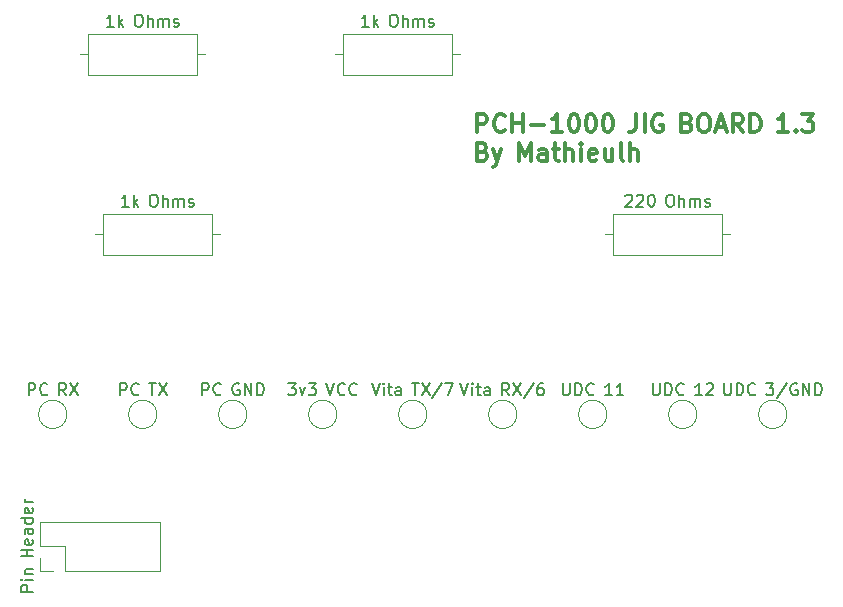
<source format=gbr>
%TF.GenerationSoftware,KiCad,Pcbnew,(7.0.0)*%
%TF.CreationDate,2023-03-24T11:34:11+01:00*%
%TF.ProjectId,PCH-1000JIG,5043482d-3130-4303-904a-49472e6b6963,rev?*%
%TF.SameCoordinates,Original*%
%TF.FileFunction,Legend,Top*%
%TF.FilePolarity,Positive*%
%FSLAX46Y46*%
G04 Gerber Fmt 4.6, Leading zero omitted, Abs format (unit mm)*
G04 Created by KiCad (PCBNEW (7.0.0)) date 2023-03-24 11:34:11*
%MOMM*%
%LPD*%
G01*
G04 APERTURE LIST*
%ADD10C,0.300000*%
%ADD11C,0.150000*%
%ADD12C,0.120000*%
G04 APERTURE END LIST*
D10*
X61317142Y-27723571D02*
X61317142Y-26223571D01*
X61317142Y-26223571D02*
X61888571Y-26223571D01*
X61888571Y-26223571D02*
X62031428Y-26295000D01*
X62031428Y-26295000D02*
X62102857Y-26366428D01*
X62102857Y-26366428D02*
X62174285Y-26509285D01*
X62174285Y-26509285D02*
X62174285Y-26723571D01*
X62174285Y-26723571D02*
X62102857Y-26866428D01*
X62102857Y-26866428D02*
X62031428Y-26937857D01*
X62031428Y-26937857D02*
X61888571Y-27009285D01*
X61888571Y-27009285D02*
X61317142Y-27009285D01*
X63674285Y-27580714D02*
X63602857Y-27652142D01*
X63602857Y-27652142D02*
X63388571Y-27723571D01*
X63388571Y-27723571D02*
X63245714Y-27723571D01*
X63245714Y-27723571D02*
X63031428Y-27652142D01*
X63031428Y-27652142D02*
X62888571Y-27509285D01*
X62888571Y-27509285D02*
X62817142Y-27366428D01*
X62817142Y-27366428D02*
X62745714Y-27080714D01*
X62745714Y-27080714D02*
X62745714Y-26866428D01*
X62745714Y-26866428D02*
X62817142Y-26580714D01*
X62817142Y-26580714D02*
X62888571Y-26437857D01*
X62888571Y-26437857D02*
X63031428Y-26295000D01*
X63031428Y-26295000D02*
X63245714Y-26223571D01*
X63245714Y-26223571D02*
X63388571Y-26223571D01*
X63388571Y-26223571D02*
X63602857Y-26295000D01*
X63602857Y-26295000D02*
X63674285Y-26366428D01*
X64317142Y-27723571D02*
X64317142Y-26223571D01*
X64317142Y-26937857D02*
X65174285Y-26937857D01*
X65174285Y-27723571D02*
X65174285Y-26223571D01*
X65888571Y-27152142D02*
X67031429Y-27152142D01*
X68531429Y-27723571D02*
X67674286Y-27723571D01*
X68102857Y-27723571D02*
X68102857Y-26223571D01*
X68102857Y-26223571D02*
X67960000Y-26437857D01*
X67960000Y-26437857D02*
X67817143Y-26580714D01*
X67817143Y-26580714D02*
X67674286Y-26652142D01*
X69460000Y-26223571D02*
X69602857Y-26223571D01*
X69602857Y-26223571D02*
X69745714Y-26295000D01*
X69745714Y-26295000D02*
X69817143Y-26366428D01*
X69817143Y-26366428D02*
X69888571Y-26509285D01*
X69888571Y-26509285D02*
X69960000Y-26795000D01*
X69960000Y-26795000D02*
X69960000Y-27152142D01*
X69960000Y-27152142D02*
X69888571Y-27437857D01*
X69888571Y-27437857D02*
X69817143Y-27580714D01*
X69817143Y-27580714D02*
X69745714Y-27652142D01*
X69745714Y-27652142D02*
X69602857Y-27723571D01*
X69602857Y-27723571D02*
X69460000Y-27723571D01*
X69460000Y-27723571D02*
X69317143Y-27652142D01*
X69317143Y-27652142D02*
X69245714Y-27580714D01*
X69245714Y-27580714D02*
X69174285Y-27437857D01*
X69174285Y-27437857D02*
X69102857Y-27152142D01*
X69102857Y-27152142D02*
X69102857Y-26795000D01*
X69102857Y-26795000D02*
X69174285Y-26509285D01*
X69174285Y-26509285D02*
X69245714Y-26366428D01*
X69245714Y-26366428D02*
X69317143Y-26295000D01*
X69317143Y-26295000D02*
X69460000Y-26223571D01*
X70888571Y-26223571D02*
X71031428Y-26223571D01*
X71031428Y-26223571D02*
X71174285Y-26295000D01*
X71174285Y-26295000D02*
X71245714Y-26366428D01*
X71245714Y-26366428D02*
X71317142Y-26509285D01*
X71317142Y-26509285D02*
X71388571Y-26795000D01*
X71388571Y-26795000D02*
X71388571Y-27152142D01*
X71388571Y-27152142D02*
X71317142Y-27437857D01*
X71317142Y-27437857D02*
X71245714Y-27580714D01*
X71245714Y-27580714D02*
X71174285Y-27652142D01*
X71174285Y-27652142D02*
X71031428Y-27723571D01*
X71031428Y-27723571D02*
X70888571Y-27723571D01*
X70888571Y-27723571D02*
X70745714Y-27652142D01*
X70745714Y-27652142D02*
X70674285Y-27580714D01*
X70674285Y-27580714D02*
X70602856Y-27437857D01*
X70602856Y-27437857D02*
X70531428Y-27152142D01*
X70531428Y-27152142D02*
X70531428Y-26795000D01*
X70531428Y-26795000D02*
X70602856Y-26509285D01*
X70602856Y-26509285D02*
X70674285Y-26366428D01*
X70674285Y-26366428D02*
X70745714Y-26295000D01*
X70745714Y-26295000D02*
X70888571Y-26223571D01*
X72317142Y-26223571D02*
X72459999Y-26223571D01*
X72459999Y-26223571D02*
X72602856Y-26295000D01*
X72602856Y-26295000D02*
X72674285Y-26366428D01*
X72674285Y-26366428D02*
X72745713Y-26509285D01*
X72745713Y-26509285D02*
X72817142Y-26795000D01*
X72817142Y-26795000D02*
X72817142Y-27152142D01*
X72817142Y-27152142D02*
X72745713Y-27437857D01*
X72745713Y-27437857D02*
X72674285Y-27580714D01*
X72674285Y-27580714D02*
X72602856Y-27652142D01*
X72602856Y-27652142D02*
X72459999Y-27723571D01*
X72459999Y-27723571D02*
X72317142Y-27723571D01*
X72317142Y-27723571D02*
X72174285Y-27652142D01*
X72174285Y-27652142D02*
X72102856Y-27580714D01*
X72102856Y-27580714D02*
X72031427Y-27437857D01*
X72031427Y-27437857D02*
X71959999Y-27152142D01*
X71959999Y-27152142D02*
X71959999Y-26795000D01*
X71959999Y-26795000D02*
X72031427Y-26509285D01*
X72031427Y-26509285D02*
X72102856Y-26366428D01*
X72102856Y-26366428D02*
X72174285Y-26295000D01*
X72174285Y-26295000D02*
X72317142Y-26223571D01*
X74788570Y-26223571D02*
X74788570Y-27295000D01*
X74788570Y-27295000D02*
X74717141Y-27509285D01*
X74717141Y-27509285D02*
X74574284Y-27652142D01*
X74574284Y-27652142D02*
X74359998Y-27723571D01*
X74359998Y-27723571D02*
X74217141Y-27723571D01*
X75502855Y-27723571D02*
X75502855Y-26223571D01*
X77002856Y-26295000D02*
X76859999Y-26223571D01*
X76859999Y-26223571D02*
X76645713Y-26223571D01*
X76645713Y-26223571D02*
X76431427Y-26295000D01*
X76431427Y-26295000D02*
X76288570Y-26437857D01*
X76288570Y-26437857D02*
X76217141Y-26580714D01*
X76217141Y-26580714D02*
X76145713Y-26866428D01*
X76145713Y-26866428D02*
X76145713Y-27080714D01*
X76145713Y-27080714D02*
X76217141Y-27366428D01*
X76217141Y-27366428D02*
X76288570Y-27509285D01*
X76288570Y-27509285D02*
X76431427Y-27652142D01*
X76431427Y-27652142D02*
X76645713Y-27723571D01*
X76645713Y-27723571D02*
X76788570Y-27723571D01*
X76788570Y-27723571D02*
X77002856Y-27652142D01*
X77002856Y-27652142D02*
X77074284Y-27580714D01*
X77074284Y-27580714D02*
X77074284Y-27080714D01*
X77074284Y-27080714D02*
X76788570Y-27080714D01*
X79117141Y-26937857D02*
X79331427Y-27009285D01*
X79331427Y-27009285D02*
X79402856Y-27080714D01*
X79402856Y-27080714D02*
X79474284Y-27223571D01*
X79474284Y-27223571D02*
X79474284Y-27437857D01*
X79474284Y-27437857D02*
X79402856Y-27580714D01*
X79402856Y-27580714D02*
X79331427Y-27652142D01*
X79331427Y-27652142D02*
X79188570Y-27723571D01*
X79188570Y-27723571D02*
X78617141Y-27723571D01*
X78617141Y-27723571D02*
X78617141Y-26223571D01*
X78617141Y-26223571D02*
X79117141Y-26223571D01*
X79117141Y-26223571D02*
X79259999Y-26295000D01*
X79259999Y-26295000D02*
X79331427Y-26366428D01*
X79331427Y-26366428D02*
X79402856Y-26509285D01*
X79402856Y-26509285D02*
X79402856Y-26652142D01*
X79402856Y-26652142D02*
X79331427Y-26795000D01*
X79331427Y-26795000D02*
X79259999Y-26866428D01*
X79259999Y-26866428D02*
X79117141Y-26937857D01*
X79117141Y-26937857D02*
X78617141Y-26937857D01*
X80402856Y-26223571D02*
X80688570Y-26223571D01*
X80688570Y-26223571D02*
X80831427Y-26295000D01*
X80831427Y-26295000D02*
X80974284Y-26437857D01*
X80974284Y-26437857D02*
X81045713Y-26723571D01*
X81045713Y-26723571D02*
X81045713Y-27223571D01*
X81045713Y-27223571D02*
X80974284Y-27509285D01*
X80974284Y-27509285D02*
X80831427Y-27652142D01*
X80831427Y-27652142D02*
X80688570Y-27723571D01*
X80688570Y-27723571D02*
X80402856Y-27723571D01*
X80402856Y-27723571D02*
X80259999Y-27652142D01*
X80259999Y-27652142D02*
X80117141Y-27509285D01*
X80117141Y-27509285D02*
X80045713Y-27223571D01*
X80045713Y-27223571D02*
X80045713Y-26723571D01*
X80045713Y-26723571D02*
X80117141Y-26437857D01*
X80117141Y-26437857D02*
X80259999Y-26295000D01*
X80259999Y-26295000D02*
X80402856Y-26223571D01*
X81617142Y-27295000D02*
X82331428Y-27295000D01*
X81474285Y-27723571D02*
X81974285Y-26223571D01*
X81974285Y-26223571D02*
X82474285Y-27723571D01*
X83831427Y-27723571D02*
X83331427Y-27009285D01*
X82974284Y-27723571D02*
X82974284Y-26223571D01*
X82974284Y-26223571D02*
X83545713Y-26223571D01*
X83545713Y-26223571D02*
X83688570Y-26295000D01*
X83688570Y-26295000D02*
X83759999Y-26366428D01*
X83759999Y-26366428D02*
X83831427Y-26509285D01*
X83831427Y-26509285D02*
X83831427Y-26723571D01*
X83831427Y-26723571D02*
X83759999Y-26866428D01*
X83759999Y-26866428D02*
X83688570Y-26937857D01*
X83688570Y-26937857D02*
X83545713Y-27009285D01*
X83545713Y-27009285D02*
X82974284Y-27009285D01*
X84474284Y-27723571D02*
X84474284Y-26223571D01*
X84474284Y-26223571D02*
X84831427Y-26223571D01*
X84831427Y-26223571D02*
X85045713Y-26295000D01*
X85045713Y-26295000D02*
X85188570Y-26437857D01*
X85188570Y-26437857D02*
X85259999Y-26580714D01*
X85259999Y-26580714D02*
X85331427Y-26866428D01*
X85331427Y-26866428D02*
X85331427Y-27080714D01*
X85331427Y-27080714D02*
X85259999Y-27366428D01*
X85259999Y-27366428D02*
X85188570Y-27509285D01*
X85188570Y-27509285D02*
X85045713Y-27652142D01*
X85045713Y-27652142D02*
X84831427Y-27723571D01*
X84831427Y-27723571D02*
X84474284Y-27723571D01*
X87659999Y-27723571D02*
X86802856Y-27723571D01*
X87231427Y-27723571D02*
X87231427Y-26223571D01*
X87231427Y-26223571D02*
X87088570Y-26437857D01*
X87088570Y-26437857D02*
X86945713Y-26580714D01*
X86945713Y-26580714D02*
X86802856Y-26652142D01*
X88302855Y-27580714D02*
X88374284Y-27652142D01*
X88374284Y-27652142D02*
X88302855Y-27723571D01*
X88302855Y-27723571D02*
X88231427Y-27652142D01*
X88231427Y-27652142D02*
X88302855Y-27580714D01*
X88302855Y-27580714D02*
X88302855Y-27723571D01*
X88874284Y-26223571D02*
X89802856Y-26223571D01*
X89802856Y-26223571D02*
X89302856Y-26795000D01*
X89302856Y-26795000D02*
X89517141Y-26795000D01*
X89517141Y-26795000D02*
X89659999Y-26866428D01*
X89659999Y-26866428D02*
X89731427Y-26937857D01*
X89731427Y-26937857D02*
X89802856Y-27080714D01*
X89802856Y-27080714D02*
X89802856Y-27437857D01*
X89802856Y-27437857D02*
X89731427Y-27580714D01*
X89731427Y-27580714D02*
X89659999Y-27652142D01*
X89659999Y-27652142D02*
X89517141Y-27723571D01*
X89517141Y-27723571D02*
X89088570Y-27723571D01*
X89088570Y-27723571D02*
X88945713Y-27652142D01*
X88945713Y-27652142D02*
X88874284Y-27580714D01*
X61817142Y-29367857D02*
X62031428Y-29439285D01*
X62031428Y-29439285D02*
X62102857Y-29510714D01*
X62102857Y-29510714D02*
X62174285Y-29653571D01*
X62174285Y-29653571D02*
X62174285Y-29867857D01*
X62174285Y-29867857D02*
X62102857Y-30010714D01*
X62102857Y-30010714D02*
X62031428Y-30082142D01*
X62031428Y-30082142D02*
X61888571Y-30153571D01*
X61888571Y-30153571D02*
X61317142Y-30153571D01*
X61317142Y-30153571D02*
X61317142Y-28653571D01*
X61317142Y-28653571D02*
X61817142Y-28653571D01*
X61817142Y-28653571D02*
X61960000Y-28725000D01*
X61960000Y-28725000D02*
X62031428Y-28796428D01*
X62031428Y-28796428D02*
X62102857Y-28939285D01*
X62102857Y-28939285D02*
X62102857Y-29082142D01*
X62102857Y-29082142D02*
X62031428Y-29225000D01*
X62031428Y-29225000D02*
X61960000Y-29296428D01*
X61960000Y-29296428D02*
X61817142Y-29367857D01*
X61817142Y-29367857D02*
X61317142Y-29367857D01*
X62674285Y-29153571D02*
X63031428Y-30153571D01*
X63388571Y-29153571D02*
X63031428Y-30153571D01*
X63031428Y-30153571D02*
X62888571Y-30510714D01*
X62888571Y-30510714D02*
X62817142Y-30582142D01*
X62817142Y-30582142D02*
X62674285Y-30653571D01*
X64859999Y-30153571D02*
X64859999Y-28653571D01*
X64859999Y-28653571D02*
X65359999Y-29725000D01*
X65359999Y-29725000D02*
X65859999Y-28653571D01*
X65859999Y-28653571D02*
X65859999Y-30153571D01*
X67217143Y-30153571D02*
X67217143Y-29367857D01*
X67217143Y-29367857D02*
X67145714Y-29225000D01*
X67145714Y-29225000D02*
X67002857Y-29153571D01*
X67002857Y-29153571D02*
X66717143Y-29153571D01*
X66717143Y-29153571D02*
X66574285Y-29225000D01*
X67217143Y-30082142D02*
X67074285Y-30153571D01*
X67074285Y-30153571D02*
X66717143Y-30153571D01*
X66717143Y-30153571D02*
X66574285Y-30082142D01*
X66574285Y-30082142D02*
X66502857Y-29939285D01*
X66502857Y-29939285D02*
X66502857Y-29796428D01*
X66502857Y-29796428D02*
X66574285Y-29653571D01*
X66574285Y-29653571D02*
X66717143Y-29582142D01*
X66717143Y-29582142D02*
X67074285Y-29582142D01*
X67074285Y-29582142D02*
X67217143Y-29510714D01*
X67717143Y-29153571D02*
X68288571Y-29153571D01*
X67931428Y-28653571D02*
X67931428Y-29939285D01*
X67931428Y-29939285D02*
X68002857Y-30082142D01*
X68002857Y-30082142D02*
X68145714Y-30153571D01*
X68145714Y-30153571D02*
X68288571Y-30153571D01*
X68788571Y-30153571D02*
X68788571Y-28653571D01*
X69431429Y-30153571D02*
X69431429Y-29367857D01*
X69431429Y-29367857D02*
X69360000Y-29225000D01*
X69360000Y-29225000D02*
X69217143Y-29153571D01*
X69217143Y-29153571D02*
X69002857Y-29153571D01*
X69002857Y-29153571D02*
X68860000Y-29225000D01*
X68860000Y-29225000D02*
X68788571Y-29296428D01*
X70145714Y-30153571D02*
X70145714Y-29153571D01*
X70145714Y-28653571D02*
X70074286Y-28725000D01*
X70074286Y-28725000D02*
X70145714Y-28796428D01*
X70145714Y-28796428D02*
X70217143Y-28725000D01*
X70217143Y-28725000D02*
X70145714Y-28653571D01*
X70145714Y-28653571D02*
X70145714Y-28796428D01*
X71431429Y-30082142D02*
X71288572Y-30153571D01*
X71288572Y-30153571D02*
X71002858Y-30153571D01*
X71002858Y-30153571D02*
X70860000Y-30082142D01*
X70860000Y-30082142D02*
X70788572Y-29939285D01*
X70788572Y-29939285D02*
X70788572Y-29367857D01*
X70788572Y-29367857D02*
X70860000Y-29225000D01*
X70860000Y-29225000D02*
X71002858Y-29153571D01*
X71002858Y-29153571D02*
X71288572Y-29153571D01*
X71288572Y-29153571D02*
X71431429Y-29225000D01*
X71431429Y-29225000D02*
X71502858Y-29367857D01*
X71502858Y-29367857D02*
X71502858Y-29510714D01*
X71502858Y-29510714D02*
X70788572Y-29653571D01*
X72788572Y-29153571D02*
X72788572Y-30153571D01*
X72145714Y-29153571D02*
X72145714Y-29939285D01*
X72145714Y-29939285D02*
X72217143Y-30082142D01*
X72217143Y-30082142D02*
X72360000Y-30153571D01*
X72360000Y-30153571D02*
X72574286Y-30153571D01*
X72574286Y-30153571D02*
X72717143Y-30082142D01*
X72717143Y-30082142D02*
X72788572Y-30010714D01*
X73717143Y-30153571D02*
X73574286Y-30082142D01*
X73574286Y-30082142D02*
X73502857Y-29939285D01*
X73502857Y-29939285D02*
X73502857Y-28653571D01*
X74288571Y-30153571D02*
X74288571Y-28653571D01*
X74931429Y-30153571D02*
X74931429Y-29367857D01*
X74931429Y-29367857D02*
X74860000Y-29225000D01*
X74860000Y-29225000D02*
X74717143Y-29153571D01*
X74717143Y-29153571D02*
X74502857Y-29153571D01*
X74502857Y-29153571D02*
X74360000Y-29225000D01*
X74360000Y-29225000D02*
X74288571Y-29296428D01*
D11*
%TO.C,3v3 VCC*%
X45340952Y-48989380D02*
X45959999Y-48989380D01*
X45959999Y-48989380D02*
X45626666Y-49370333D01*
X45626666Y-49370333D02*
X45769523Y-49370333D01*
X45769523Y-49370333D02*
X45864761Y-49417952D01*
X45864761Y-49417952D02*
X45912380Y-49465571D01*
X45912380Y-49465571D02*
X45959999Y-49560809D01*
X45959999Y-49560809D02*
X45959999Y-49798904D01*
X45959999Y-49798904D02*
X45912380Y-49894142D01*
X45912380Y-49894142D02*
X45864761Y-49941761D01*
X45864761Y-49941761D02*
X45769523Y-49989380D01*
X45769523Y-49989380D02*
X45483809Y-49989380D01*
X45483809Y-49989380D02*
X45388571Y-49941761D01*
X45388571Y-49941761D02*
X45340952Y-49894142D01*
X46293333Y-49322714D02*
X46531428Y-49989380D01*
X46531428Y-49989380D02*
X46769523Y-49322714D01*
X47055238Y-48989380D02*
X47674285Y-48989380D01*
X47674285Y-48989380D02*
X47340952Y-49370333D01*
X47340952Y-49370333D02*
X47483809Y-49370333D01*
X47483809Y-49370333D02*
X47579047Y-49417952D01*
X47579047Y-49417952D02*
X47626666Y-49465571D01*
X47626666Y-49465571D02*
X47674285Y-49560809D01*
X47674285Y-49560809D02*
X47674285Y-49798904D01*
X47674285Y-49798904D02*
X47626666Y-49894142D01*
X47626666Y-49894142D02*
X47579047Y-49941761D01*
X47579047Y-49941761D02*
X47483809Y-49989380D01*
X47483809Y-49989380D02*
X47198095Y-49989380D01*
X47198095Y-49989380D02*
X47102857Y-49941761D01*
X47102857Y-49941761D02*
X47055238Y-49894142D01*
X48560000Y-48989380D02*
X48893333Y-49989380D01*
X48893333Y-49989380D02*
X49226666Y-48989380D01*
X50131428Y-49894142D02*
X50083809Y-49941761D01*
X50083809Y-49941761D02*
X49940952Y-49989380D01*
X49940952Y-49989380D02*
X49845714Y-49989380D01*
X49845714Y-49989380D02*
X49702857Y-49941761D01*
X49702857Y-49941761D02*
X49607619Y-49846523D01*
X49607619Y-49846523D02*
X49560000Y-49751285D01*
X49560000Y-49751285D02*
X49512381Y-49560809D01*
X49512381Y-49560809D02*
X49512381Y-49417952D01*
X49512381Y-49417952D02*
X49560000Y-49227476D01*
X49560000Y-49227476D02*
X49607619Y-49132238D01*
X49607619Y-49132238D02*
X49702857Y-49037000D01*
X49702857Y-49037000D02*
X49845714Y-48989380D01*
X49845714Y-48989380D02*
X49940952Y-48989380D01*
X49940952Y-48989380D02*
X50083809Y-49037000D01*
X50083809Y-49037000D02*
X50131428Y-49084619D01*
X51131428Y-49894142D02*
X51083809Y-49941761D01*
X51083809Y-49941761D02*
X50940952Y-49989380D01*
X50940952Y-49989380D02*
X50845714Y-49989380D01*
X50845714Y-49989380D02*
X50702857Y-49941761D01*
X50702857Y-49941761D02*
X50607619Y-49846523D01*
X50607619Y-49846523D02*
X50560000Y-49751285D01*
X50560000Y-49751285D02*
X50512381Y-49560809D01*
X50512381Y-49560809D02*
X50512381Y-49417952D01*
X50512381Y-49417952D02*
X50560000Y-49227476D01*
X50560000Y-49227476D02*
X50607619Y-49132238D01*
X50607619Y-49132238D02*
X50702857Y-49037000D01*
X50702857Y-49037000D02*
X50845714Y-48989380D01*
X50845714Y-48989380D02*
X50940952Y-48989380D01*
X50940952Y-48989380D02*
X51083809Y-49037000D01*
X51083809Y-49037000D02*
X51131428Y-49084619D01*
%TO.C,1k Ohms*%
X31823333Y-34027380D02*
X31251905Y-34027380D01*
X31537619Y-34027380D02*
X31537619Y-33027380D01*
X31537619Y-33027380D02*
X31442381Y-33170238D01*
X31442381Y-33170238D02*
X31347143Y-33265476D01*
X31347143Y-33265476D02*
X31251905Y-33313095D01*
X32251905Y-34027380D02*
X32251905Y-33027380D01*
X32347143Y-33646428D02*
X32632857Y-34027380D01*
X32632857Y-33360714D02*
X32251905Y-33741666D01*
X33851905Y-33027380D02*
X34042381Y-33027380D01*
X34042381Y-33027380D02*
X34137619Y-33075000D01*
X34137619Y-33075000D02*
X34232857Y-33170238D01*
X34232857Y-33170238D02*
X34280476Y-33360714D01*
X34280476Y-33360714D02*
X34280476Y-33694047D01*
X34280476Y-33694047D02*
X34232857Y-33884523D01*
X34232857Y-33884523D02*
X34137619Y-33979761D01*
X34137619Y-33979761D02*
X34042381Y-34027380D01*
X34042381Y-34027380D02*
X33851905Y-34027380D01*
X33851905Y-34027380D02*
X33756667Y-33979761D01*
X33756667Y-33979761D02*
X33661429Y-33884523D01*
X33661429Y-33884523D02*
X33613810Y-33694047D01*
X33613810Y-33694047D02*
X33613810Y-33360714D01*
X33613810Y-33360714D02*
X33661429Y-33170238D01*
X33661429Y-33170238D02*
X33756667Y-33075000D01*
X33756667Y-33075000D02*
X33851905Y-33027380D01*
X34709048Y-34027380D02*
X34709048Y-33027380D01*
X35137619Y-34027380D02*
X35137619Y-33503571D01*
X35137619Y-33503571D02*
X35090000Y-33408333D01*
X35090000Y-33408333D02*
X34994762Y-33360714D01*
X34994762Y-33360714D02*
X34851905Y-33360714D01*
X34851905Y-33360714D02*
X34756667Y-33408333D01*
X34756667Y-33408333D02*
X34709048Y-33455952D01*
X35613810Y-34027380D02*
X35613810Y-33360714D01*
X35613810Y-33455952D02*
X35661429Y-33408333D01*
X35661429Y-33408333D02*
X35756667Y-33360714D01*
X35756667Y-33360714D02*
X35899524Y-33360714D01*
X35899524Y-33360714D02*
X35994762Y-33408333D01*
X35994762Y-33408333D02*
X36042381Y-33503571D01*
X36042381Y-33503571D02*
X36042381Y-34027380D01*
X36042381Y-33503571D02*
X36090000Y-33408333D01*
X36090000Y-33408333D02*
X36185238Y-33360714D01*
X36185238Y-33360714D02*
X36328095Y-33360714D01*
X36328095Y-33360714D02*
X36423334Y-33408333D01*
X36423334Y-33408333D02*
X36470953Y-33503571D01*
X36470953Y-33503571D02*
X36470953Y-34027380D01*
X36899524Y-33979761D02*
X36994762Y-34027380D01*
X36994762Y-34027380D02*
X37185238Y-34027380D01*
X37185238Y-34027380D02*
X37280476Y-33979761D01*
X37280476Y-33979761D02*
X37328095Y-33884523D01*
X37328095Y-33884523D02*
X37328095Y-33836904D01*
X37328095Y-33836904D02*
X37280476Y-33741666D01*
X37280476Y-33741666D02*
X37185238Y-33694047D01*
X37185238Y-33694047D02*
X37042381Y-33694047D01*
X37042381Y-33694047D02*
X36947143Y-33646428D01*
X36947143Y-33646428D02*
X36899524Y-33551190D01*
X36899524Y-33551190D02*
X36899524Y-33503571D01*
X36899524Y-33503571D02*
X36947143Y-33408333D01*
X36947143Y-33408333D02*
X37042381Y-33360714D01*
X37042381Y-33360714D02*
X37185238Y-33360714D01*
X37185238Y-33360714D02*
X37280476Y-33408333D01*
%TO.C,Pin Header*%
X23707380Y-66627618D02*
X22707380Y-66627618D01*
X22707380Y-66627618D02*
X22707380Y-66246666D01*
X22707380Y-66246666D02*
X22755000Y-66151428D01*
X22755000Y-66151428D02*
X22802619Y-66103809D01*
X22802619Y-66103809D02*
X22897857Y-66056190D01*
X22897857Y-66056190D02*
X23040714Y-66056190D01*
X23040714Y-66056190D02*
X23135952Y-66103809D01*
X23135952Y-66103809D02*
X23183571Y-66151428D01*
X23183571Y-66151428D02*
X23231190Y-66246666D01*
X23231190Y-66246666D02*
X23231190Y-66627618D01*
X23707380Y-65627618D02*
X23040714Y-65627618D01*
X22707380Y-65627618D02*
X22755000Y-65675237D01*
X22755000Y-65675237D02*
X22802619Y-65627618D01*
X22802619Y-65627618D02*
X22755000Y-65579999D01*
X22755000Y-65579999D02*
X22707380Y-65627618D01*
X22707380Y-65627618D02*
X22802619Y-65627618D01*
X23040714Y-65151428D02*
X23707380Y-65151428D01*
X23135952Y-65151428D02*
X23088333Y-65103809D01*
X23088333Y-65103809D02*
X23040714Y-65008571D01*
X23040714Y-65008571D02*
X23040714Y-64865714D01*
X23040714Y-64865714D02*
X23088333Y-64770476D01*
X23088333Y-64770476D02*
X23183571Y-64722857D01*
X23183571Y-64722857D02*
X23707380Y-64722857D01*
X23707380Y-63646666D02*
X22707380Y-63646666D01*
X23183571Y-63646666D02*
X23183571Y-63075238D01*
X23707380Y-63075238D02*
X22707380Y-63075238D01*
X23659761Y-62218095D02*
X23707380Y-62313333D01*
X23707380Y-62313333D02*
X23707380Y-62503809D01*
X23707380Y-62503809D02*
X23659761Y-62599047D01*
X23659761Y-62599047D02*
X23564523Y-62646666D01*
X23564523Y-62646666D02*
X23183571Y-62646666D01*
X23183571Y-62646666D02*
X23088333Y-62599047D01*
X23088333Y-62599047D02*
X23040714Y-62503809D01*
X23040714Y-62503809D02*
X23040714Y-62313333D01*
X23040714Y-62313333D02*
X23088333Y-62218095D01*
X23088333Y-62218095D02*
X23183571Y-62170476D01*
X23183571Y-62170476D02*
X23278809Y-62170476D01*
X23278809Y-62170476D02*
X23374047Y-62646666D01*
X23707380Y-61313333D02*
X23183571Y-61313333D01*
X23183571Y-61313333D02*
X23088333Y-61360952D01*
X23088333Y-61360952D02*
X23040714Y-61456190D01*
X23040714Y-61456190D02*
X23040714Y-61646666D01*
X23040714Y-61646666D02*
X23088333Y-61741904D01*
X23659761Y-61313333D02*
X23707380Y-61408571D01*
X23707380Y-61408571D02*
X23707380Y-61646666D01*
X23707380Y-61646666D02*
X23659761Y-61741904D01*
X23659761Y-61741904D02*
X23564523Y-61789523D01*
X23564523Y-61789523D02*
X23469285Y-61789523D01*
X23469285Y-61789523D02*
X23374047Y-61741904D01*
X23374047Y-61741904D02*
X23326428Y-61646666D01*
X23326428Y-61646666D02*
X23326428Y-61408571D01*
X23326428Y-61408571D02*
X23278809Y-61313333D01*
X23707380Y-60408571D02*
X22707380Y-60408571D01*
X23659761Y-60408571D02*
X23707380Y-60503809D01*
X23707380Y-60503809D02*
X23707380Y-60694285D01*
X23707380Y-60694285D02*
X23659761Y-60789523D01*
X23659761Y-60789523D02*
X23612142Y-60837142D01*
X23612142Y-60837142D02*
X23516904Y-60884761D01*
X23516904Y-60884761D02*
X23231190Y-60884761D01*
X23231190Y-60884761D02*
X23135952Y-60837142D01*
X23135952Y-60837142D02*
X23088333Y-60789523D01*
X23088333Y-60789523D02*
X23040714Y-60694285D01*
X23040714Y-60694285D02*
X23040714Y-60503809D01*
X23040714Y-60503809D02*
X23088333Y-60408571D01*
X23659761Y-59551428D02*
X23707380Y-59646666D01*
X23707380Y-59646666D02*
X23707380Y-59837142D01*
X23707380Y-59837142D02*
X23659761Y-59932380D01*
X23659761Y-59932380D02*
X23564523Y-59979999D01*
X23564523Y-59979999D02*
X23183571Y-59979999D01*
X23183571Y-59979999D02*
X23088333Y-59932380D01*
X23088333Y-59932380D02*
X23040714Y-59837142D01*
X23040714Y-59837142D02*
X23040714Y-59646666D01*
X23040714Y-59646666D02*
X23088333Y-59551428D01*
X23088333Y-59551428D02*
X23183571Y-59503809D01*
X23183571Y-59503809D02*
X23278809Y-59503809D01*
X23278809Y-59503809D02*
X23374047Y-59979999D01*
X23707380Y-59075237D02*
X23040714Y-59075237D01*
X23231190Y-59075237D02*
X23135952Y-59027618D01*
X23135952Y-59027618D02*
X23088333Y-58979999D01*
X23088333Y-58979999D02*
X23040714Y-58884761D01*
X23040714Y-58884761D02*
X23040714Y-58789523D01*
%TO.C,1k Ohms*%
X30553333Y-18787380D02*
X29981905Y-18787380D01*
X30267619Y-18787380D02*
X30267619Y-17787380D01*
X30267619Y-17787380D02*
X30172381Y-17930238D01*
X30172381Y-17930238D02*
X30077143Y-18025476D01*
X30077143Y-18025476D02*
X29981905Y-18073095D01*
X30981905Y-18787380D02*
X30981905Y-17787380D01*
X31077143Y-18406428D02*
X31362857Y-18787380D01*
X31362857Y-18120714D02*
X30981905Y-18501666D01*
X32581905Y-17787380D02*
X32772381Y-17787380D01*
X32772381Y-17787380D02*
X32867619Y-17835000D01*
X32867619Y-17835000D02*
X32962857Y-17930238D01*
X32962857Y-17930238D02*
X33010476Y-18120714D01*
X33010476Y-18120714D02*
X33010476Y-18454047D01*
X33010476Y-18454047D02*
X32962857Y-18644523D01*
X32962857Y-18644523D02*
X32867619Y-18739761D01*
X32867619Y-18739761D02*
X32772381Y-18787380D01*
X32772381Y-18787380D02*
X32581905Y-18787380D01*
X32581905Y-18787380D02*
X32486667Y-18739761D01*
X32486667Y-18739761D02*
X32391429Y-18644523D01*
X32391429Y-18644523D02*
X32343810Y-18454047D01*
X32343810Y-18454047D02*
X32343810Y-18120714D01*
X32343810Y-18120714D02*
X32391429Y-17930238D01*
X32391429Y-17930238D02*
X32486667Y-17835000D01*
X32486667Y-17835000D02*
X32581905Y-17787380D01*
X33439048Y-18787380D02*
X33439048Y-17787380D01*
X33867619Y-18787380D02*
X33867619Y-18263571D01*
X33867619Y-18263571D02*
X33820000Y-18168333D01*
X33820000Y-18168333D02*
X33724762Y-18120714D01*
X33724762Y-18120714D02*
X33581905Y-18120714D01*
X33581905Y-18120714D02*
X33486667Y-18168333D01*
X33486667Y-18168333D02*
X33439048Y-18215952D01*
X34343810Y-18787380D02*
X34343810Y-18120714D01*
X34343810Y-18215952D02*
X34391429Y-18168333D01*
X34391429Y-18168333D02*
X34486667Y-18120714D01*
X34486667Y-18120714D02*
X34629524Y-18120714D01*
X34629524Y-18120714D02*
X34724762Y-18168333D01*
X34724762Y-18168333D02*
X34772381Y-18263571D01*
X34772381Y-18263571D02*
X34772381Y-18787380D01*
X34772381Y-18263571D02*
X34820000Y-18168333D01*
X34820000Y-18168333D02*
X34915238Y-18120714D01*
X34915238Y-18120714D02*
X35058095Y-18120714D01*
X35058095Y-18120714D02*
X35153334Y-18168333D01*
X35153334Y-18168333D02*
X35200953Y-18263571D01*
X35200953Y-18263571D02*
X35200953Y-18787380D01*
X35629524Y-18739761D02*
X35724762Y-18787380D01*
X35724762Y-18787380D02*
X35915238Y-18787380D01*
X35915238Y-18787380D02*
X36010476Y-18739761D01*
X36010476Y-18739761D02*
X36058095Y-18644523D01*
X36058095Y-18644523D02*
X36058095Y-18596904D01*
X36058095Y-18596904D02*
X36010476Y-18501666D01*
X36010476Y-18501666D02*
X35915238Y-18454047D01*
X35915238Y-18454047D02*
X35772381Y-18454047D01*
X35772381Y-18454047D02*
X35677143Y-18406428D01*
X35677143Y-18406428D02*
X35629524Y-18311190D01*
X35629524Y-18311190D02*
X35629524Y-18263571D01*
X35629524Y-18263571D02*
X35677143Y-18168333D01*
X35677143Y-18168333D02*
X35772381Y-18120714D01*
X35772381Y-18120714D02*
X35915238Y-18120714D01*
X35915238Y-18120714D02*
X36010476Y-18168333D01*
%TO.C,Vita TX/7*%
X52413333Y-48989380D02*
X52746666Y-49989380D01*
X52746666Y-49989380D02*
X53079999Y-48989380D01*
X53413333Y-49989380D02*
X53413333Y-49322714D01*
X53413333Y-48989380D02*
X53365714Y-49037000D01*
X53365714Y-49037000D02*
X53413333Y-49084619D01*
X53413333Y-49084619D02*
X53460952Y-49037000D01*
X53460952Y-49037000D02*
X53413333Y-48989380D01*
X53413333Y-48989380D02*
X53413333Y-49084619D01*
X53746666Y-49322714D02*
X54127618Y-49322714D01*
X53889523Y-48989380D02*
X53889523Y-49846523D01*
X53889523Y-49846523D02*
X53937142Y-49941761D01*
X53937142Y-49941761D02*
X54032380Y-49989380D01*
X54032380Y-49989380D02*
X54127618Y-49989380D01*
X54889523Y-49989380D02*
X54889523Y-49465571D01*
X54889523Y-49465571D02*
X54841904Y-49370333D01*
X54841904Y-49370333D02*
X54746666Y-49322714D01*
X54746666Y-49322714D02*
X54556190Y-49322714D01*
X54556190Y-49322714D02*
X54460952Y-49370333D01*
X54889523Y-49941761D02*
X54794285Y-49989380D01*
X54794285Y-49989380D02*
X54556190Y-49989380D01*
X54556190Y-49989380D02*
X54460952Y-49941761D01*
X54460952Y-49941761D02*
X54413333Y-49846523D01*
X54413333Y-49846523D02*
X54413333Y-49751285D01*
X54413333Y-49751285D02*
X54460952Y-49656047D01*
X54460952Y-49656047D02*
X54556190Y-49608428D01*
X54556190Y-49608428D02*
X54794285Y-49608428D01*
X54794285Y-49608428D02*
X54889523Y-49560809D01*
X55822857Y-48989380D02*
X56394285Y-48989380D01*
X56108571Y-49989380D02*
X56108571Y-48989380D01*
X56632381Y-48989380D02*
X57299047Y-49989380D01*
X57299047Y-48989380D02*
X56632381Y-49989380D01*
X58394285Y-48941761D02*
X57537143Y-50227476D01*
X58632381Y-48989380D02*
X59299047Y-48989380D01*
X59299047Y-48989380D02*
X58870476Y-49989380D01*
%TO.C,PC RX*%
X23361905Y-49989380D02*
X23361905Y-48989380D01*
X23361905Y-48989380D02*
X23742857Y-48989380D01*
X23742857Y-48989380D02*
X23838095Y-49037000D01*
X23838095Y-49037000D02*
X23885714Y-49084619D01*
X23885714Y-49084619D02*
X23933333Y-49179857D01*
X23933333Y-49179857D02*
X23933333Y-49322714D01*
X23933333Y-49322714D02*
X23885714Y-49417952D01*
X23885714Y-49417952D02*
X23838095Y-49465571D01*
X23838095Y-49465571D02*
X23742857Y-49513190D01*
X23742857Y-49513190D02*
X23361905Y-49513190D01*
X24933333Y-49894142D02*
X24885714Y-49941761D01*
X24885714Y-49941761D02*
X24742857Y-49989380D01*
X24742857Y-49989380D02*
X24647619Y-49989380D01*
X24647619Y-49989380D02*
X24504762Y-49941761D01*
X24504762Y-49941761D02*
X24409524Y-49846523D01*
X24409524Y-49846523D02*
X24361905Y-49751285D01*
X24361905Y-49751285D02*
X24314286Y-49560809D01*
X24314286Y-49560809D02*
X24314286Y-49417952D01*
X24314286Y-49417952D02*
X24361905Y-49227476D01*
X24361905Y-49227476D02*
X24409524Y-49132238D01*
X24409524Y-49132238D02*
X24504762Y-49037000D01*
X24504762Y-49037000D02*
X24647619Y-48989380D01*
X24647619Y-48989380D02*
X24742857Y-48989380D01*
X24742857Y-48989380D02*
X24885714Y-49037000D01*
X24885714Y-49037000D02*
X24933333Y-49084619D01*
X26533333Y-49989380D02*
X26200000Y-49513190D01*
X25961905Y-49989380D02*
X25961905Y-48989380D01*
X25961905Y-48989380D02*
X26342857Y-48989380D01*
X26342857Y-48989380D02*
X26438095Y-49037000D01*
X26438095Y-49037000D02*
X26485714Y-49084619D01*
X26485714Y-49084619D02*
X26533333Y-49179857D01*
X26533333Y-49179857D02*
X26533333Y-49322714D01*
X26533333Y-49322714D02*
X26485714Y-49417952D01*
X26485714Y-49417952D02*
X26438095Y-49465571D01*
X26438095Y-49465571D02*
X26342857Y-49513190D01*
X26342857Y-49513190D02*
X25961905Y-49513190D01*
X26866667Y-48989380D02*
X27533333Y-49989380D01*
X27533333Y-48989380D02*
X26866667Y-49989380D01*
%TO.C,UDC 12*%
X76201905Y-48989380D02*
X76201905Y-49798904D01*
X76201905Y-49798904D02*
X76249524Y-49894142D01*
X76249524Y-49894142D02*
X76297143Y-49941761D01*
X76297143Y-49941761D02*
X76392381Y-49989380D01*
X76392381Y-49989380D02*
X76582857Y-49989380D01*
X76582857Y-49989380D02*
X76678095Y-49941761D01*
X76678095Y-49941761D02*
X76725714Y-49894142D01*
X76725714Y-49894142D02*
X76773333Y-49798904D01*
X76773333Y-49798904D02*
X76773333Y-48989380D01*
X77249524Y-49989380D02*
X77249524Y-48989380D01*
X77249524Y-48989380D02*
X77487619Y-48989380D01*
X77487619Y-48989380D02*
X77630476Y-49037000D01*
X77630476Y-49037000D02*
X77725714Y-49132238D01*
X77725714Y-49132238D02*
X77773333Y-49227476D01*
X77773333Y-49227476D02*
X77820952Y-49417952D01*
X77820952Y-49417952D02*
X77820952Y-49560809D01*
X77820952Y-49560809D02*
X77773333Y-49751285D01*
X77773333Y-49751285D02*
X77725714Y-49846523D01*
X77725714Y-49846523D02*
X77630476Y-49941761D01*
X77630476Y-49941761D02*
X77487619Y-49989380D01*
X77487619Y-49989380D02*
X77249524Y-49989380D01*
X78820952Y-49894142D02*
X78773333Y-49941761D01*
X78773333Y-49941761D02*
X78630476Y-49989380D01*
X78630476Y-49989380D02*
X78535238Y-49989380D01*
X78535238Y-49989380D02*
X78392381Y-49941761D01*
X78392381Y-49941761D02*
X78297143Y-49846523D01*
X78297143Y-49846523D02*
X78249524Y-49751285D01*
X78249524Y-49751285D02*
X78201905Y-49560809D01*
X78201905Y-49560809D02*
X78201905Y-49417952D01*
X78201905Y-49417952D02*
X78249524Y-49227476D01*
X78249524Y-49227476D02*
X78297143Y-49132238D01*
X78297143Y-49132238D02*
X78392381Y-49037000D01*
X78392381Y-49037000D02*
X78535238Y-48989380D01*
X78535238Y-48989380D02*
X78630476Y-48989380D01*
X78630476Y-48989380D02*
X78773333Y-49037000D01*
X78773333Y-49037000D02*
X78820952Y-49084619D01*
X80373333Y-49989380D02*
X79801905Y-49989380D01*
X80087619Y-49989380D02*
X80087619Y-48989380D01*
X80087619Y-48989380D02*
X79992381Y-49132238D01*
X79992381Y-49132238D02*
X79897143Y-49227476D01*
X79897143Y-49227476D02*
X79801905Y-49275095D01*
X80754286Y-49084619D02*
X80801905Y-49037000D01*
X80801905Y-49037000D02*
X80897143Y-48989380D01*
X80897143Y-48989380D02*
X81135238Y-48989380D01*
X81135238Y-48989380D02*
X81230476Y-49037000D01*
X81230476Y-49037000D02*
X81278095Y-49084619D01*
X81278095Y-49084619D02*
X81325714Y-49179857D01*
X81325714Y-49179857D02*
X81325714Y-49275095D01*
X81325714Y-49275095D02*
X81278095Y-49417952D01*
X81278095Y-49417952D02*
X80706667Y-49989380D01*
X80706667Y-49989380D02*
X81325714Y-49989380D01*
%TO.C,UDC 3/GND*%
X82250476Y-48989380D02*
X82250476Y-49798904D01*
X82250476Y-49798904D02*
X82298095Y-49894142D01*
X82298095Y-49894142D02*
X82345714Y-49941761D01*
X82345714Y-49941761D02*
X82440952Y-49989380D01*
X82440952Y-49989380D02*
X82631428Y-49989380D01*
X82631428Y-49989380D02*
X82726666Y-49941761D01*
X82726666Y-49941761D02*
X82774285Y-49894142D01*
X82774285Y-49894142D02*
X82821904Y-49798904D01*
X82821904Y-49798904D02*
X82821904Y-48989380D01*
X83298095Y-49989380D02*
X83298095Y-48989380D01*
X83298095Y-48989380D02*
X83536190Y-48989380D01*
X83536190Y-48989380D02*
X83679047Y-49037000D01*
X83679047Y-49037000D02*
X83774285Y-49132238D01*
X83774285Y-49132238D02*
X83821904Y-49227476D01*
X83821904Y-49227476D02*
X83869523Y-49417952D01*
X83869523Y-49417952D02*
X83869523Y-49560809D01*
X83869523Y-49560809D02*
X83821904Y-49751285D01*
X83821904Y-49751285D02*
X83774285Y-49846523D01*
X83774285Y-49846523D02*
X83679047Y-49941761D01*
X83679047Y-49941761D02*
X83536190Y-49989380D01*
X83536190Y-49989380D02*
X83298095Y-49989380D01*
X84869523Y-49894142D02*
X84821904Y-49941761D01*
X84821904Y-49941761D02*
X84679047Y-49989380D01*
X84679047Y-49989380D02*
X84583809Y-49989380D01*
X84583809Y-49989380D02*
X84440952Y-49941761D01*
X84440952Y-49941761D02*
X84345714Y-49846523D01*
X84345714Y-49846523D02*
X84298095Y-49751285D01*
X84298095Y-49751285D02*
X84250476Y-49560809D01*
X84250476Y-49560809D02*
X84250476Y-49417952D01*
X84250476Y-49417952D02*
X84298095Y-49227476D01*
X84298095Y-49227476D02*
X84345714Y-49132238D01*
X84345714Y-49132238D02*
X84440952Y-49037000D01*
X84440952Y-49037000D02*
X84583809Y-48989380D01*
X84583809Y-48989380D02*
X84679047Y-48989380D01*
X84679047Y-48989380D02*
X84821904Y-49037000D01*
X84821904Y-49037000D02*
X84869523Y-49084619D01*
X85802857Y-48989380D02*
X86421904Y-48989380D01*
X86421904Y-48989380D02*
X86088571Y-49370333D01*
X86088571Y-49370333D02*
X86231428Y-49370333D01*
X86231428Y-49370333D02*
X86326666Y-49417952D01*
X86326666Y-49417952D02*
X86374285Y-49465571D01*
X86374285Y-49465571D02*
X86421904Y-49560809D01*
X86421904Y-49560809D02*
X86421904Y-49798904D01*
X86421904Y-49798904D02*
X86374285Y-49894142D01*
X86374285Y-49894142D02*
X86326666Y-49941761D01*
X86326666Y-49941761D02*
X86231428Y-49989380D01*
X86231428Y-49989380D02*
X85945714Y-49989380D01*
X85945714Y-49989380D02*
X85850476Y-49941761D01*
X85850476Y-49941761D02*
X85802857Y-49894142D01*
X87564761Y-48941761D02*
X86707619Y-50227476D01*
X88421904Y-49037000D02*
X88326666Y-48989380D01*
X88326666Y-48989380D02*
X88183809Y-48989380D01*
X88183809Y-48989380D02*
X88040952Y-49037000D01*
X88040952Y-49037000D02*
X87945714Y-49132238D01*
X87945714Y-49132238D02*
X87898095Y-49227476D01*
X87898095Y-49227476D02*
X87850476Y-49417952D01*
X87850476Y-49417952D02*
X87850476Y-49560809D01*
X87850476Y-49560809D02*
X87898095Y-49751285D01*
X87898095Y-49751285D02*
X87945714Y-49846523D01*
X87945714Y-49846523D02*
X88040952Y-49941761D01*
X88040952Y-49941761D02*
X88183809Y-49989380D01*
X88183809Y-49989380D02*
X88279047Y-49989380D01*
X88279047Y-49989380D02*
X88421904Y-49941761D01*
X88421904Y-49941761D02*
X88469523Y-49894142D01*
X88469523Y-49894142D02*
X88469523Y-49560809D01*
X88469523Y-49560809D02*
X88279047Y-49560809D01*
X88898095Y-49989380D02*
X88898095Y-48989380D01*
X88898095Y-48989380D02*
X89469523Y-49989380D01*
X89469523Y-49989380D02*
X89469523Y-48989380D01*
X89945714Y-49989380D02*
X89945714Y-48989380D01*
X89945714Y-48989380D02*
X90183809Y-48989380D01*
X90183809Y-48989380D02*
X90326666Y-49037000D01*
X90326666Y-49037000D02*
X90421904Y-49132238D01*
X90421904Y-49132238D02*
X90469523Y-49227476D01*
X90469523Y-49227476D02*
X90517142Y-49417952D01*
X90517142Y-49417952D02*
X90517142Y-49560809D01*
X90517142Y-49560809D02*
X90469523Y-49751285D01*
X90469523Y-49751285D02*
X90421904Y-49846523D01*
X90421904Y-49846523D02*
X90326666Y-49941761D01*
X90326666Y-49941761D02*
X90183809Y-49989380D01*
X90183809Y-49989380D02*
X89945714Y-49989380D01*
%TO.C,PC GND*%
X38054286Y-49989380D02*
X38054286Y-48989380D01*
X38054286Y-48989380D02*
X38435238Y-48989380D01*
X38435238Y-48989380D02*
X38530476Y-49037000D01*
X38530476Y-49037000D02*
X38578095Y-49084619D01*
X38578095Y-49084619D02*
X38625714Y-49179857D01*
X38625714Y-49179857D02*
X38625714Y-49322714D01*
X38625714Y-49322714D02*
X38578095Y-49417952D01*
X38578095Y-49417952D02*
X38530476Y-49465571D01*
X38530476Y-49465571D02*
X38435238Y-49513190D01*
X38435238Y-49513190D02*
X38054286Y-49513190D01*
X39625714Y-49894142D02*
X39578095Y-49941761D01*
X39578095Y-49941761D02*
X39435238Y-49989380D01*
X39435238Y-49989380D02*
X39340000Y-49989380D01*
X39340000Y-49989380D02*
X39197143Y-49941761D01*
X39197143Y-49941761D02*
X39101905Y-49846523D01*
X39101905Y-49846523D02*
X39054286Y-49751285D01*
X39054286Y-49751285D02*
X39006667Y-49560809D01*
X39006667Y-49560809D02*
X39006667Y-49417952D01*
X39006667Y-49417952D02*
X39054286Y-49227476D01*
X39054286Y-49227476D02*
X39101905Y-49132238D01*
X39101905Y-49132238D02*
X39197143Y-49037000D01*
X39197143Y-49037000D02*
X39340000Y-48989380D01*
X39340000Y-48989380D02*
X39435238Y-48989380D01*
X39435238Y-48989380D02*
X39578095Y-49037000D01*
X39578095Y-49037000D02*
X39625714Y-49084619D01*
X41178095Y-49037000D02*
X41082857Y-48989380D01*
X41082857Y-48989380D02*
X40940000Y-48989380D01*
X40940000Y-48989380D02*
X40797143Y-49037000D01*
X40797143Y-49037000D02*
X40701905Y-49132238D01*
X40701905Y-49132238D02*
X40654286Y-49227476D01*
X40654286Y-49227476D02*
X40606667Y-49417952D01*
X40606667Y-49417952D02*
X40606667Y-49560809D01*
X40606667Y-49560809D02*
X40654286Y-49751285D01*
X40654286Y-49751285D02*
X40701905Y-49846523D01*
X40701905Y-49846523D02*
X40797143Y-49941761D01*
X40797143Y-49941761D02*
X40940000Y-49989380D01*
X40940000Y-49989380D02*
X41035238Y-49989380D01*
X41035238Y-49989380D02*
X41178095Y-49941761D01*
X41178095Y-49941761D02*
X41225714Y-49894142D01*
X41225714Y-49894142D02*
X41225714Y-49560809D01*
X41225714Y-49560809D02*
X41035238Y-49560809D01*
X41654286Y-49989380D02*
X41654286Y-48989380D01*
X41654286Y-48989380D02*
X42225714Y-49989380D01*
X42225714Y-49989380D02*
X42225714Y-48989380D01*
X42701905Y-49989380D02*
X42701905Y-48989380D01*
X42701905Y-48989380D02*
X42940000Y-48989380D01*
X42940000Y-48989380D02*
X43082857Y-49037000D01*
X43082857Y-49037000D02*
X43178095Y-49132238D01*
X43178095Y-49132238D02*
X43225714Y-49227476D01*
X43225714Y-49227476D02*
X43273333Y-49417952D01*
X43273333Y-49417952D02*
X43273333Y-49560809D01*
X43273333Y-49560809D02*
X43225714Y-49751285D01*
X43225714Y-49751285D02*
X43178095Y-49846523D01*
X43178095Y-49846523D02*
X43082857Y-49941761D01*
X43082857Y-49941761D02*
X42940000Y-49989380D01*
X42940000Y-49989380D02*
X42701905Y-49989380D01*
%TO.C,1k Ohms*%
X52143333Y-18787380D02*
X51571905Y-18787380D01*
X51857619Y-18787380D02*
X51857619Y-17787380D01*
X51857619Y-17787380D02*
X51762381Y-17930238D01*
X51762381Y-17930238D02*
X51667143Y-18025476D01*
X51667143Y-18025476D02*
X51571905Y-18073095D01*
X52571905Y-18787380D02*
X52571905Y-17787380D01*
X52667143Y-18406428D02*
X52952857Y-18787380D01*
X52952857Y-18120714D02*
X52571905Y-18501666D01*
X54171905Y-17787380D02*
X54362381Y-17787380D01*
X54362381Y-17787380D02*
X54457619Y-17835000D01*
X54457619Y-17835000D02*
X54552857Y-17930238D01*
X54552857Y-17930238D02*
X54600476Y-18120714D01*
X54600476Y-18120714D02*
X54600476Y-18454047D01*
X54600476Y-18454047D02*
X54552857Y-18644523D01*
X54552857Y-18644523D02*
X54457619Y-18739761D01*
X54457619Y-18739761D02*
X54362381Y-18787380D01*
X54362381Y-18787380D02*
X54171905Y-18787380D01*
X54171905Y-18787380D02*
X54076667Y-18739761D01*
X54076667Y-18739761D02*
X53981429Y-18644523D01*
X53981429Y-18644523D02*
X53933810Y-18454047D01*
X53933810Y-18454047D02*
X53933810Y-18120714D01*
X53933810Y-18120714D02*
X53981429Y-17930238D01*
X53981429Y-17930238D02*
X54076667Y-17835000D01*
X54076667Y-17835000D02*
X54171905Y-17787380D01*
X55029048Y-18787380D02*
X55029048Y-17787380D01*
X55457619Y-18787380D02*
X55457619Y-18263571D01*
X55457619Y-18263571D02*
X55410000Y-18168333D01*
X55410000Y-18168333D02*
X55314762Y-18120714D01*
X55314762Y-18120714D02*
X55171905Y-18120714D01*
X55171905Y-18120714D02*
X55076667Y-18168333D01*
X55076667Y-18168333D02*
X55029048Y-18215952D01*
X55933810Y-18787380D02*
X55933810Y-18120714D01*
X55933810Y-18215952D02*
X55981429Y-18168333D01*
X55981429Y-18168333D02*
X56076667Y-18120714D01*
X56076667Y-18120714D02*
X56219524Y-18120714D01*
X56219524Y-18120714D02*
X56314762Y-18168333D01*
X56314762Y-18168333D02*
X56362381Y-18263571D01*
X56362381Y-18263571D02*
X56362381Y-18787380D01*
X56362381Y-18263571D02*
X56410000Y-18168333D01*
X56410000Y-18168333D02*
X56505238Y-18120714D01*
X56505238Y-18120714D02*
X56648095Y-18120714D01*
X56648095Y-18120714D02*
X56743334Y-18168333D01*
X56743334Y-18168333D02*
X56790953Y-18263571D01*
X56790953Y-18263571D02*
X56790953Y-18787380D01*
X57219524Y-18739761D02*
X57314762Y-18787380D01*
X57314762Y-18787380D02*
X57505238Y-18787380D01*
X57505238Y-18787380D02*
X57600476Y-18739761D01*
X57600476Y-18739761D02*
X57648095Y-18644523D01*
X57648095Y-18644523D02*
X57648095Y-18596904D01*
X57648095Y-18596904D02*
X57600476Y-18501666D01*
X57600476Y-18501666D02*
X57505238Y-18454047D01*
X57505238Y-18454047D02*
X57362381Y-18454047D01*
X57362381Y-18454047D02*
X57267143Y-18406428D01*
X57267143Y-18406428D02*
X57219524Y-18311190D01*
X57219524Y-18311190D02*
X57219524Y-18263571D01*
X57219524Y-18263571D02*
X57267143Y-18168333D01*
X57267143Y-18168333D02*
X57362381Y-18120714D01*
X57362381Y-18120714D02*
X57505238Y-18120714D01*
X57505238Y-18120714D02*
X57600476Y-18168333D01*
%TO.C,UDC 11*%
X68581905Y-48989380D02*
X68581905Y-49798904D01*
X68581905Y-49798904D02*
X68629524Y-49894142D01*
X68629524Y-49894142D02*
X68677143Y-49941761D01*
X68677143Y-49941761D02*
X68772381Y-49989380D01*
X68772381Y-49989380D02*
X68962857Y-49989380D01*
X68962857Y-49989380D02*
X69058095Y-49941761D01*
X69058095Y-49941761D02*
X69105714Y-49894142D01*
X69105714Y-49894142D02*
X69153333Y-49798904D01*
X69153333Y-49798904D02*
X69153333Y-48989380D01*
X69629524Y-49989380D02*
X69629524Y-48989380D01*
X69629524Y-48989380D02*
X69867619Y-48989380D01*
X69867619Y-48989380D02*
X70010476Y-49037000D01*
X70010476Y-49037000D02*
X70105714Y-49132238D01*
X70105714Y-49132238D02*
X70153333Y-49227476D01*
X70153333Y-49227476D02*
X70200952Y-49417952D01*
X70200952Y-49417952D02*
X70200952Y-49560809D01*
X70200952Y-49560809D02*
X70153333Y-49751285D01*
X70153333Y-49751285D02*
X70105714Y-49846523D01*
X70105714Y-49846523D02*
X70010476Y-49941761D01*
X70010476Y-49941761D02*
X69867619Y-49989380D01*
X69867619Y-49989380D02*
X69629524Y-49989380D01*
X71200952Y-49894142D02*
X71153333Y-49941761D01*
X71153333Y-49941761D02*
X71010476Y-49989380D01*
X71010476Y-49989380D02*
X70915238Y-49989380D01*
X70915238Y-49989380D02*
X70772381Y-49941761D01*
X70772381Y-49941761D02*
X70677143Y-49846523D01*
X70677143Y-49846523D02*
X70629524Y-49751285D01*
X70629524Y-49751285D02*
X70581905Y-49560809D01*
X70581905Y-49560809D02*
X70581905Y-49417952D01*
X70581905Y-49417952D02*
X70629524Y-49227476D01*
X70629524Y-49227476D02*
X70677143Y-49132238D01*
X70677143Y-49132238D02*
X70772381Y-49037000D01*
X70772381Y-49037000D02*
X70915238Y-48989380D01*
X70915238Y-48989380D02*
X71010476Y-48989380D01*
X71010476Y-48989380D02*
X71153333Y-49037000D01*
X71153333Y-49037000D02*
X71200952Y-49084619D01*
X72753333Y-49989380D02*
X72181905Y-49989380D01*
X72467619Y-49989380D02*
X72467619Y-48989380D01*
X72467619Y-48989380D02*
X72372381Y-49132238D01*
X72372381Y-49132238D02*
X72277143Y-49227476D01*
X72277143Y-49227476D02*
X72181905Y-49275095D01*
X73705714Y-49989380D02*
X73134286Y-49989380D01*
X73420000Y-49989380D02*
X73420000Y-48989380D01*
X73420000Y-48989380D02*
X73324762Y-49132238D01*
X73324762Y-49132238D02*
X73229524Y-49227476D01*
X73229524Y-49227476D02*
X73134286Y-49275095D01*
%TO.C,PC TX*%
X31100952Y-49989380D02*
X31100952Y-48989380D01*
X31100952Y-48989380D02*
X31481904Y-48989380D01*
X31481904Y-48989380D02*
X31577142Y-49037000D01*
X31577142Y-49037000D02*
X31624761Y-49084619D01*
X31624761Y-49084619D02*
X31672380Y-49179857D01*
X31672380Y-49179857D02*
X31672380Y-49322714D01*
X31672380Y-49322714D02*
X31624761Y-49417952D01*
X31624761Y-49417952D02*
X31577142Y-49465571D01*
X31577142Y-49465571D02*
X31481904Y-49513190D01*
X31481904Y-49513190D02*
X31100952Y-49513190D01*
X32672380Y-49894142D02*
X32624761Y-49941761D01*
X32624761Y-49941761D02*
X32481904Y-49989380D01*
X32481904Y-49989380D02*
X32386666Y-49989380D01*
X32386666Y-49989380D02*
X32243809Y-49941761D01*
X32243809Y-49941761D02*
X32148571Y-49846523D01*
X32148571Y-49846523D02*
X32100952Y-49751285D01*
X32100952Y-49751285D02*
X32053333Y-49560809D01*
X32053333Y-49560809D02*
X32053333Y-49417952D01*
X32053333Y-49417952D02*
X32100952Y-49227476D01*
X32100952Y-49227476D02*
X32148571Y-49132238D01*
X32148571Y-49132238D02*
X32243809Y-49037000D01*
X32243809Y-49037000D02*
X32386666Y-48989380D01*
X32386666Y-48989380D02*
X32481904Y-48989380D01*
X32481904Y-48989380D02*
X32624761Y-49037000D01*
X32624761Y-49037000D02*
X32672380Y-49084619D01*
X33558095Y-48989380D02*
X34129523Y-48989380D01*
X33843809Y-49989380D02*
X33843809Y-48989380D01*
X34367619Y-48989380D02*
X35034285Y-49989380D01*
X35034285Y-48989380D02*
X34367619Y-49989380D01*
%TO.C,Vita RX/6*%
X59914286Y-48989380D02*
X60247619Y-49989380D01*
X60247619Y-49989380D02*
X60580952Y-48989380D01*
X60914286Y-49989380D02*
X60914286Y-49322714D01*
X60914286Y-48989380D02*
X60866667Y-49037000D01*
X60866667Y-49037000D02*
X60914286Y-49084619D01*
X60914286Y-49084619D02*
X60961905Y-49037000D01*
X60961905Y-49037000D02*
X60914286Y-48989380D01*
X60914286Y-48989380D02*
X60914286Y-49084619D01*
X61247619Y-49322714D02*
X61628571Y-49322714D01*
X61390476Y-48989380D02*
X61390476Y-49846523D01*
X61390476Y-49846523D02*
X61438095Y-49941761D01*
X61438095Y-49941761D02*
X61533333Y-49989380D01*
X61533333Y-49989380D02*
X61628571Y-49989380D01*
X62390476Y-49989380D02*
X62390476Y-49465571D01*
X62390476Y-49465571D02*
X62342857Y-49370333D01*
X62342857Y-49370333D02*
X62247619Y-49322714D01*
X62247619Y-49322714D02*
X62057143Y-49322714D01*
X62057143Y-49322714D02*
X61961905Y-49370333D01*
X62390476Y-49941761D02*
X62295238Y-49989380D01*
X62295238Y-49989380D02*
X62057143Y-49989380D01*
X62057143Y-49989380D02*
X61961905Y-49941761D01*
X61961905Y-49941761D02*
X61914286Y-49846523D01*
X61914286Y-49846523D02*
X61914286Y-49751285D01*
X61914286Y-49751285D02*
X61961905Y-49656047D01*
X61961905Y-49656047D02*
X62057143Y-49608428D01*
X62057143Y-49608428D02*
X62295238Y-49608428D01*
X62295238Y-49608428D02*
X62390476Y-49560809D01*
X64038095Y-49989380D02*
X63704762Y-49513190D01*
X63466667Y-49989380D02*
X63466667Y-48989380D01*
X63466667Y-48989380D02*
X63847619Y-48989380D01*
X63847619Y-48989380D02*
X63942857Y-49037000D01*
X63942857Y-49037000D02*
X63990476Y-49084619D01*
X63990476Y-49084619D02*
X64038095Y-49179857D01*
X64038095Y-49179857D02*
X64038095Y-49322714D01*
X64038095Y-49322714D02*
X63990476Y-49417952D01*
X63990476Y-49417952D02*
X63942857Y-49465571D01*
X63942857Y-49465571D02*
X63847619Y-49513190D01*
X63847619Y-49513190D02*
X63466667Y-49513190D01*
X64371429Y-48989380D02*
X65038095Y-49989380D01*
X65038095Y-48989380D02*
X64371429Y-49989380D01*
X66133333Y-48941761D02*
X65276191Y-50227476D01*
X66895238Y-48989380D02*
X66704762Y-48989380D01*
X66704762Y-48989380D02*
X66609524Y-49037000D01*
X66609524Y-49037000D02*
X66561905Y-49084619D01*
X66561905Y-49084619D02*
X66466667Y-49227476D01*
X66466667Y-49227476D02*
X66419048Y-49417952D01*
X66419048Y-49417952D02*
X66419048Y-49798904D01*
X66419048Y-49798904D02*
X66466667Y-49894142D01*
X66466667Y-49894142D02*
X66514286Y-49941761D01*
X66514286Y-49941761D02*
X66609524Y-49989380D01*
X66609524Y-49989380D02*
X66800000Y-49989380D01*
X66800000Y-49989380D02*
X66895238Y-49941761D01*
X66895238Y-49941761D02*
X66942857Y-49894142D01*
X66942857Y-49894142D02*
X66990476Y-49798904D01*
X66990476Y-49798904D02*
X66990476Y-49560809D01*
X66990476Y-49560809D02*
X66942857Y-49465571D01*
X66942857Y-49465571D02*
X66895238Y-49417952D01*
X66895238Y-49417952D02*
X66800000Y-49370333D01*
X66800000Y-49370333D02*
X66609524Y-49370333D01*
X66609524Y-49370333D02*
X66514286Y-49417952D01*
X66514286Y-49417952D02*
X66466667Y-49465571D01*
X66466667Y-49465571D02*
X66419048Y-49560809D01*
%TO.C,220 Ohms*%
X73884286Y-33122619D02*
X73931905Y-33075000D01*
X73931905Y-33075000D02*
X74027143Y-33027380D01*
X74027143Y-33027380D02*
X74265238Y-33027380D01*
X74265238Y-33027380D02*
X74360476Y-33075000D01*
X74360476Y-33075000D02*
X74408095Y-33122619D01*
X74408095Y-33122619D02*
X74455714Y-33217857D01*
X74455714Y-33217857D02*
X74455714Y-33313095D01*
X74455714Y-33313095D02*
X74408095Y-33455952D01*
X74408095Y-33455952D02*
X73836667Y-34027380D01*
X73836667Y-34027380D02*
X74455714Y-34027380D01*
X74836667Y-33122619D02*
X74884286Y-33075000D01*
X74884286Y-33075000D02*
X74979524Y-33027380D01*
X74979524Y-33027380D02*
X75217619Y-33027380D01*
X75217619Y-33027380D02*
X75312857Y-33075000D01*
X75312857Y-33075000D02*
X75360476Y-33122619D01*
X75360476Y-33122619D02*
X75408095Y-33217857D01*
X75408095Y-33217857D02*
X75408095Y-33313095D01*
X75408095Y-33313095D02*
X75360476Y-33455952D01*
X75360476Y-33455952D02*
X74789048Y-34027380D01*
X74789048Y-34027380D02*
X75408095Y-34027380D01*
X76027143Y-33027380D02*
X76122381Y-33027380D01*
X76122381Y-33027380D02*
X76217619Y-33075000D01*
X76217619Y-33075000D02*
X76265238Y-33122619D01*
X76265238Y-33122619D02*
X76312857Y-33217857D01*
X76312857Y-33217857D02*
X76360476Y-33408333D01*
X76360476Y-33408333D02*
X76360476Y-33646428D01*
X76360476Y-33646428D02*
X76312857Y-33836904D01*
X76312857Y-33836904D02*
X76265238Y-33932142D01*
X76265238Y-33932142D02*
X76217619Y-33979761D01*
X76217619Y-33979761D02*
X76122381Y-34027380D01*
X76122381Y-34027380D02*
X76027143Y-34027380D01*
X76027143Y-34027380D02*
X75931905Y-33979761D01*
X75931905Y-33979761D02*
X75884286Y-33932142D01*
X75884286Y-33932142D02*
X75836667Y-33836904D01*
X75836667Y-33836904D02*
X75789048Y-33646428D01*
X75789048Y-33646428D02*
X75789048Y-33408333D01*
X75789048Y-33408333D02*
X75836667Y-33217857D01*
X75836667Y-33217857D02*
X75884286Y-33122619D01*
X75884286Y-33122619D02*
X75931905Y-33075000D01*
X75931905Y-33075000D02*
X76027143Y-33027380D01*
X77579524Y-33027380D02*
X77770000Y-33027380D01*
X77770000Y-33027380D02*
X77865238Y-33075000D01*
X77865238Y-33075000D02*
X77960476Y-33170238D01*
X77960476Y-33170238D02*
X78008095Y-33360714D01*
X78008095Y-33360714D02*
X78008095Y-33694047D01*
X78008095Y-33694047D02*
X77960476Y-33884523D01*
X77960476Y-33884523D02*
X77865238Y-33979761D01*
X77865238Y-33979761D02*
X77770000Y-34027380D01*
X77770000Y-34027380D02*
X77579524Y-34027380D01*
X77579524Y-34027380D02*
X77484286Y-33979761D01*
X77484286Y-33979761D02*
X77389048Y-33884523D01*
X77389048Y-33884523D02*
X77341429Y-33694047D01*
X77341429Y-33694047D02*
X77341429Y-33360714D01*
X77341429Y-33360714D02*
X77389048Y-33170238D01*
X77389048Y-33170238D02*
X77484286Y-33075000D01*
X77484286Y-33075000D02*
X77579524Y-33027380D01*
X78436667Y-34027380D02*
X78436667Y-33027380D01*
X78865238Y-34027380D02*
X78865238Y-33503571D01*
X78865238Y-33503571D02*
X78817619Y-33408333D01*
X78817619Y-33408333D02*
X78722381Y-33360714D01*
X78722381Y-33360714D02*
X78579524Y-33360714D01*
X78579524Y-33360714D02*
X78484286Y-33408333D01*
X78484286Y-33408333D02*
X78436667Y-33455952D01*
X79341429Y-34027380D02*
X79341429Y-33360714D01*
X79341429Y-33455952D02*
X79389048Y-33408333D01*
X79389048Y-33408333D02*
X79484286Y-33360714D01*
X79484286Y-33360714D02*
X79627143Y-33360714D01*
X79627143Y-33360714D02*
X79722381Y-33408333D01*
X79722381Y-33408333D02*
X79770000Y-33503571D01*
X79770000Y-33503571D02*
X79770000Y-34027380D01*
X79770000Y-33503571D02*
X79817619Y-33408333D01*
X79817619Y-33408333D02*
X79912857Y-33360714D01*
X79912857Y-33360714D02*
X80055714Y-33360714D01*
X80055714Y-33360714D02*
X80150953Y-33408333D01*
X80150953Y-33408333D02*
X80198572Y-33503571D01*
X80198572Y-33503571D02*
X80198572Y-34027380D01*
X80627143Y-33979761D02*
X80722381Y-34027380D01*
X80722381Y-34027380D02*
X80912857Y-34027380D01*
X80912857Y-34027380D02*
X81008095Y-33979761D01*
X81008095Y-33979761D02*
X81055714Y-33884523D01*
X81055714Y-33884523D02*
X81055714Y-33836904D01*
X81055714Y-33836904D02*
X81008095Y-33741666D01*
X81008095Y-33741666D02*
X80912857Y-33694047D01*
X80912857Y-33694047D02*
X80770000Y-33694047D01*
X80770000Y-33694047D02*
X80674762Y-33646428D01*
X80674762Y-33646428D02*
X80627143Y-33551190D01*
X80627143Y-33551190D02*
X80627143Y-33503571D01*
X80627143Y-33503571D02*
X80674762Y-33408333D01*
X80674762Y-33408333D02*
X80770000Y-33360714D01*
X80770000Y-33360714D02*
X80912857Y-33360714D01*
X80912857Y-33360714D02*
X81008095Y-33408333D01*
D12*
%TO.C,3v3 VCC*%
X49460000Y-51620000D02*
G75*
G03*
X49460000Y-51620000I-1200000J0D01*
G01*
%TO.C,1k Ohms*%
X28980000Y-36380000D02*
X29670000Y-36380000D01*
X29670000Y-34660000D02*
X29670000Y-38100000D01*
X29670000Y-38100000D02*
X38910000Y-38100000D01*
X38910000Y-34660000D02*
X29670000Y-34660000D01*
X38910000Y-38100000D02*
X38910000Y-34660000D01*
X39600000Y-36380000D02*
X38910000Y-36380000D01*
%TO.C,Pin Header*%
X24340000Y-64840000D02*
X24340000Y-63780000D01*
X25400000Y-64840000D02*
X24340000Y-64840000D01*
X26400000Y-64840000D02*
X34460000Y-64840000D01*
X26400000Y-64840000D02*
X26400000Y-62780000D01*
X34460000Y-64840000D02*
X34460000Y-60720000D01*
X24340000Y-62780000D02*
X24340000Y-60720000D01*
X26400000Y-62780000D02*
X24340000Y-62780000D01*
X24340000Y-60720000D02*
X34460000Y-60720000D01*
%TO.C,1k Ohms*%
X27710000Y-21140000D02*
X28400000Y-21140000D01*
X28400000Y-19420000D02*
X28400000Y-22860000D01*
X28400000Y-22860000D02*
X37640000Y-22860000D01*
X37640000Y-19420000D02*
X28400000Y-19420000D01*
X37640000Y-22860000D02*
X37640000Y-19420000D01*
X38330000Y-21140000D02*
X37640000Y-21140000D01*
%TO.C,Vita TX/7*%
X57080000Y-51620000D02*
G75*
G03*
X57080000Y-51620000I-1200000J0D01*
G01*
%TO.C,PC RX*%
X26600000Y-51620000D02*
G75*
G03*
X26600000Y-51620000I-1200000J0D01*
G01*
%TO.C,UDC 12*%
X79940000Y-51620000D02*
G75*
G03*
X79940000Y-51620000I-1200000J0D01*
G01*
%TO.C,UDC 3/GND*%
X87560000Y-51620000D02*
G75*
G03*
X87560000Y-51620000I-1200000J0D01*
G01*
%TO.C,PC GND*%
X41840000Y-51620000D02*
G75*
G03*
X41840000Y-51620000I-1200000J0D01*
G01*
%TO.C,1k Ohms*%
X49300000Y-21140000D02*
X49990000Y-21140000D01*
X49990000Y-19420000D02*
X49990000Y-22860000D01*
X49990000Y-22860000D02*
X59230000Y-22860000D01*
X59230000Y-19420000D02*
X49990000Y-19420000D01*
X59230000Y-22860000D02*
X59230000Y-19420000D01*
X59920000Y-21140000D02*
X59230000Y-21140000D01*
%TO.C,UDC 11*%
X72320000Y-51620000D02*
G75*
G03*
X72320000Y-51620000I-1200000J0D01*
G01*
%TO.C,PC TX*%
X34220000Y-51620000D02*
G75*
G03*
X34220000Y-51620000I-1200000J0D01*
G01*
%TO.C,Vita RX/6*%
X64700000Y-51620000D02*
G75*
G03*
X64700000Y-51620000I-1200000J0D01*
G01*
%TO.C,220 Ohms*%
X72160000Y-36380000D02*
X72850000Y-36380000D01*
X72850000Y-34660000D02*
X72850000Y-38100000D01*
X72850000Y-38100000D02*
X82090000Y-38100000D01*
X82090000Y-34660000D02*
X72850000Y-34660000D01*
X82090000Y-38100000D02*
X82090000Y-34660000D01*
X82780000Y-36380000D02*
X82090000Y-36380000D01*
%TD*%
M02*

</source>
